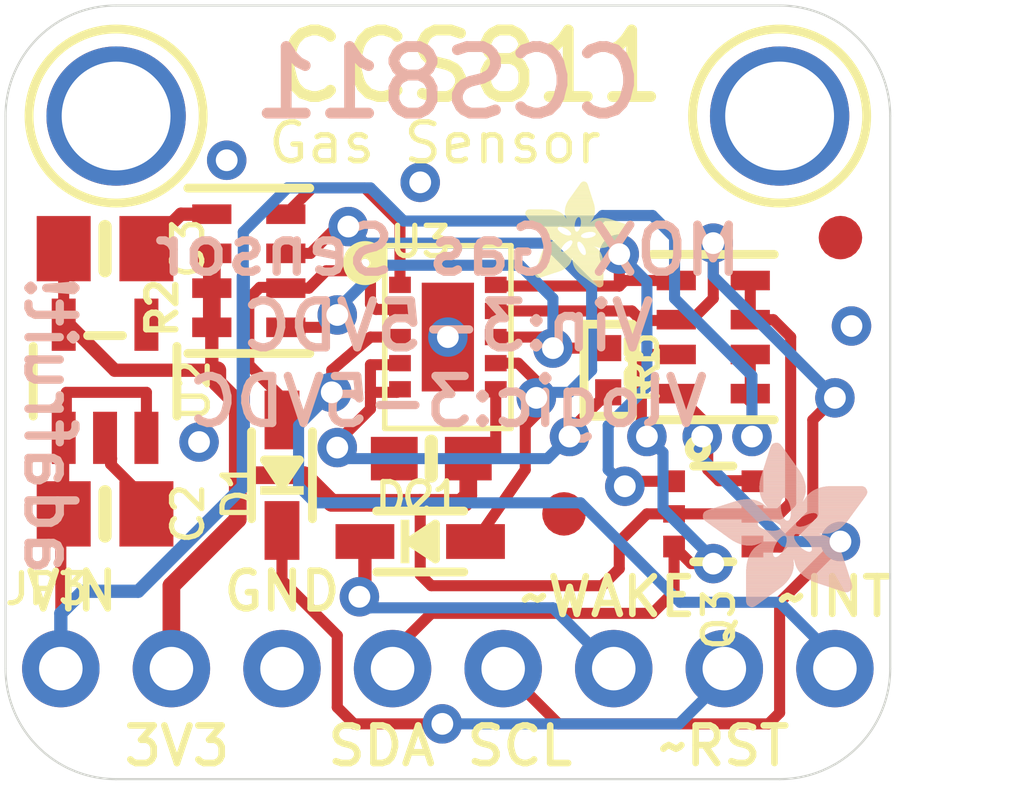
<source format=kicad_pcb>
(kicad_pcb (version 20211014) (generator pcbnew)
  (layers (0 "F.Cu" signal) (31 "B.Cu" signal) (34 "B.Paste" user) (35 "F.Paste" user) (36 "B.SilkS" user "B.Silkscreen") (37 "F.SilkS" user "F.Silkscreen") (38 "B.Mask" user) (39 "F.Mask" user) (44 "Edge.Cuts" user))
  (net 0 "")
  (net 1 "GND")
  (net 2 "SDA")
  (net 3 "SCL")
  (net 4 "VIN")
  (net 5 "N$1")
  (net 6 "3.3V")
  (net 7 "SCL_3V")
  (net 8 "SDA_3V")
  (net 9 "~{INT}")
  (net 10 "~{RST_3V}")
  (net 11 "~{WAKE_3V}")
  (net 12 "~{RESET}")
  (net 13 "~{WAKE}")
  (net 14 "N$2")
  (net 15 "N$3")
  (footprint "boardEagle:SOT363" (layer "F.Cu") (at 154.5971 107.7976 -90)
    (fp_text reference "Q3" (at 1.651 -0.127 90) (layer "F.SilkS") (effects (font (size 0.692831 0.692831) (thickness 0.119969)) (justify right)))
    (fp_text value "2N7002D")
    (pad "1" smd rect (at -0.75 0.9 270) (size 0.5 0.5) (layers "F.Cu" "F.Paste" "F.Mask") (net 7 "SCL_3V"))
    (pad "2" smd rect (at 0 0.9 270) (size 0.4 0.5) (layers "F.Cu" "F.Paste" "F.Mask") (net 6 "3.3V"))
    (pad "3" smd rect (at 0.75 0.9 270) (size 0.5 0.5) (layers "F.Cu" "F.Paste" "F.Mask") (net 2 "SDA"))
    (pad "4" smd rect (at 0.75 -0.9 270) (size 0.5 0.5) (layers "F.Cu" "F.Paste" "F.Mask") (net 8 "SDA_3V"))
    (pad "5" smd rect (at 0 -0.9 270) (size 0.4 0.5) (layers "F.Cu" "F.Paste" "F.Mask") (net 6 "3.3V"))
    (pad "6" smd rect (at -0.75 -0.9 270) (size 0.5 0.5) (layers "F.Cu" "F.Paste" "F.Mask") (net 3 "SCL"))
  )
  (footprint "boardEagle:MOUNTINGHOLE_2.5_PLATED" (layer "F.Cu") (at 156.1211 98.6536)
    (fp_text reference "U$4" hide)
    (fp_text value "MOUNTINGHOLE2.5" hide)
    (pad "P$1" thru_hole circle (at 0 0) (size 3.2 3.2) (drill 2.5) (layers *.Cu *.Mask))
  )
  (footprint "boardEagle:SOD-323" (layer "F.Cu") (at 144.6911 106.9086 90)
    (fp_text reference "D1" (at -1.1 -1 90) (layer "F.SilkS") (effects (font (size 0.692831 0.692831) (thickness 0.119969)) (justify left)))
    (fp_text value "1N4148")
    (pad "A" smd rect (at 1.27 0 90) (size 1.35 0.8) (layers "F.Cu" "F.Paste" "F.Mask") (net 10 "~{RST_3V}"))
    (pad "C" smd rect (at -1.27 0 90) (size 1.35 0.8) (layers "F.Cu" "F.Paste" "F.Mask") (net 12 "~{RESET}"))
  )
  (footprint "boardEagle:0805-NO" (layer "F.Cu") (at 140.6271 101.7016)
    (fp_text reference "C3" (at 1.905 -0.762 90) (layer "F.SilkS") (effects (font (size 0.692831 0.692831) (thickness 0.119969)) (justify right)))
    (fp_text value "10uF")
    (pad "1" smd rect (at -0.95 0) (size 1.24 1.5) (layers "F.Cu" "F.Paste" "F.Mask") (net 6 "3.3V"))
    (pad "2" smd rect (at 0.95 0) (size 1.24 1.5) (layers "F.Cu" "F.Paste" "F.Mask") (net 1 "GND"))
  )
  (footprint "boardEagle:RESPACK_4X0603" (layer "F.Cu") (at 154.5971 103.7336 90)
    (fp_text reference "R1" (at -1.6 -1.6 90) (layer "F.SilkS") (effects (font (size 0.692831 0.692831) (thickness 0.119969)) (justify left)))
    (fp_text value "10k")
    (pad "1" smd rect (at -1.3 0.85 90) (size 0.45 0.9) (layers "F.Cu" "F.Paste" "F.Mask") (net 4 "VIN"))
    (pad "2" smd rect (at -0.4 0.85 90) (size 0.45 0.9) (layers "F.Cu" "F.Paste" "F.Mask") (net 4 "VIN"))
    (pad "3" smd rect (at 0.4 0.85 90) (size 0.45 0.9) (layers "F.Cu" "F.Paste" "F.Mask") (net 6 "3.3V"))
    (pad "4" smd rect (at 1.3 0.85 90) (size 0.45 0.9) (layers "F.Cu" "F.Paste" "F.Mask") (net 6 "3.3V"))
    (pad "5" smd rect (at 1.3 -0.85 90) (size 0.45 0.9) (layers "F.Cu" "F.Paste" "F.Mask") (net 7 "SCL_3V"))
    (pad "6" smd rect (at 0.4 -0.85 90) (size 0.45 0.9) (layers "F.Cu" "F.Paste" "F.Mask") (net 8 "SDA_3V"))
    (pad "7" smd rect (at -0.4 -0.85 90) (size 0.45 0.9) (layers "F.Cu" "F.Paste" "F.Mask") (net 2 "SDA"))
    (pad "8" smd rect (at -1.3 -0.85 90) (size 0.45 0.9) (layers "F.Cu" "F.Paste" "F.Mask") (net 3 "SCL"))
  )
  (footprint "boardEagle:SOT23-5" (layer "F.Cu") (at 140.6271 104.7496)
    (fp_text reference "U2" (at 2.032 -0.562 90) (layer "F.SilkS") (effects (font (size 0.692831 0.692831) (thickness 0.119969)) (justify right)))
    (fp_text value "MIC5225-3.3")
    (pad "1" smd rect (at -0.95 1.3001) (size 0.55 1.2) (layers "F.Cu" "F.Paste" "F.Mask") (net 4 "VIN"))
    (pad "2" smd rect (at 0 1.3001) (size 0.55 1.2) (layers "F.Cu" "F.Paste" "F.Mask") (net 1 "GND"))
    (pad "3" smd rect (at 0.95 1.3001) (size 0.55 1.2) (layers "F.Cu" "F.Paste" "F.Mask") (net 4 "VIN"))
    (pad "4" smd rect (at 0.95 -1.3001) (size 0.55 1.2) (layers "F.Cu" "F.Paste" "F.Mask"))
    (pad "5" smd rect (at -0.95 -1.3001) (size 0.55 1.2) (layers "F.Cu" "F.Paste" "F.Mask") (net 6 "3.3V"))
  )
  (footprint "boardEagle:FIDUCIAL_1MM" (layer "F.Cu") (at 151.1681 107.7976)
    (fp_text reference "FID1" hide)
    (fp_text value "FIDUCIAL_1MM" hide)
    (pad "1" smd roundrect (at 0 0) (size 1 1) (layers "F.Cu" "F.Mask") (roundrect_rratio 0.5))
  )
  (footprint "boardEagle:SOD-323" (layer "F.Cu") (at 147.8661 108.4326)
    (fp_text reference "D2" (at -1.1 -1) (layer "F.SilkS") (effects (font (size 0.692831 0.692831) (thickness 0.119969)) (justify left)))
    (fp_text value "1N4148")
    (pad "A" smd rect (at 1.27 0) (size 1.35 0.8) (layers "F.Cu" "F.Paste" "F.Mask") (net 11 "~{WAKE_3V}"))
    (pad "C" smd rect (at -1.27 0) (size 1.35 0.8) (layers "F.Cu" "F.Paste" "F.Mask") (net 13 "~{WAKE}"))
  )
  (footprint "boardEagle:0603-NO" (layer "F.Cu") (at 148.1201 106.5276 180)
    (fp_text reference "C1" (at -0.762 -0.889) (layer "F.SilkS") (effects (font (size 0.692831 0.692831) (thickness 0.119969)) (justify right)))
    (fp_text value "0.1uF")
    (pad "1" smd rect (at -0.85 0 180) (size 1.075 1) (layers "F.Cu" "F.Paste" "F.Mask") (net 6 "3.3V"))
    (pad "2" smd rect (at 0.85 0 180) (size 1.075 1) (layers "F.Cu" "F.Paste" "F.Mask") (net 1 "GND"))
  )
  (footprint "boardEagle:RESPACK_4X0603" (layer "F.Cu") (at 143.9291 102.2096 90)
    (fp_text reference "R2" (at -1.6 -1.6 90) (layer "F.SilkS") (effects (font (size 0.666496 0.666496) (thickness 0.146304)) (justify left bottom)))
    (fp_text value "100k")
    (pad "1" smd rect (at -1.3 0.85 90) (size 0.45 0.9) (layers "F.Cu" "F.Paste" "F.Mask") (net 14 "N$2"))
    (pad "2" smd rect (at -0.4 0.85 90) (size 0.45 0.9) (layers "F.Cu" "F.Paste" "F.Mask") (net 10 "~{RST_3V}"))
    (pad "3" smd rect (at 0.4 0.85 90) (size 0.45 0.9) (layers "F.Cu" "F.Paste" "F.Mask") (net 11 "~{WAKE_3V}"))
    (pad "4" smd rect (at 1.3 0.85 90) (size 0.45 0.9) (layers "F.Cu" "F.Paste" "F.Mask") (net 15 "N$3"))
    (pad "5" smd rect (at 1.3 -0.85 90) (size 0.45 0.9) (layers "F.Cu" "F.Paste" "F.Mask") (net 1 "GND"))
    (pad "6" smd rect (at 0.4 -0.85 90) (size 0.45 0.9) (layers "F.Cu" "F.Paste" "F.Mask") (net 6 "3.3V"))
    (pad "7" smd rect (at -0.4 -0.85 90) (size 0.45 0.9) (layers "F.Cu" "F.Paste" "F.Mask") (net 6 "3.3V"))
    (pad "8" smd rect (at -1.3 -0.85 90) (size 0.45 0.9) (layers "F.Cu" "F.Paste" "F.Mask") (net 6 "3.3V"))
  )
  (footprint "boardEagle:_0402" (layer "F.Cu") (at 152.1841 104.4956 -90)
    (fp_text reference "R5" (at -0.9525 -0.7939 90) (layer "F.SilkS") (effects (font (size 0.692831 0.692831) (thickness 0.119969)) (justify right)))
    (fp_text value "10K NTC")
    (pad "1" smd rect (at -0.508 0 270) (size 0.6 0.6) (layers "F.Cu" "F.Paste" "F.Mask") (net 14 "N$2"))
    (pad "2" smd rect (at 0.508 0 270) (size 0.6 0.6) (layers "F.Cu" "F.Paste" "F.Mask") (net 5 "N$1"))
  )
  (footprint "boardEagle:ADAFRUIT_2.5MM" (layer "F.Cu") (at 150.2791 102.5906)
    (fp_text reference "U$8" hide)
    (fp_text value "" hide)
  )
  (footprint "boardEagle:FIDUCIAL_1MM" (layer "F.Cu") (at 157.5181 101.4476)
    (fp_text reference "FID2" hide)
    (fp_text value "FIDUCIAL_1MM" hide)
    (pad "1" smd roundrect (at 0 0) (size 1 1) (layers "F.Cu" "F.Mask") (roundrect_rratio 0.5))
  )
  (footprint "boardEagle:1X08_ROUND_70" (layer "F.Cu") (at 148.5011 111.3536)
    (fp_text reference "JP3" (at -10.2362 -1.8288) (layer "F.SilkS") (effects (font (size 0.692831 0.692831) (thickness 0.119969)) (justify left)))
    (fp_text value "")
    (pad "1" thru_hole circle (at -8.89 0 90) (size 1.778 1.778) (drill 1) (layers *.Cu *.Mask) (net 4 "VIN"))
    (pad "2" thru_hole circle (at -6.35 0 90) (size 1.778 1.778) (drill 1) (layers *.Cu *.Mask) (net 6 "3.3V"))
    (pad "3" thru_hole circle (at -3.81 0 90) (size 1.778 1.778) (drill 1) (layers *.Cu *.Mask) (net 1 "GND"))
    (pad "4" thru_hole circle (at -1.27 0 90) (size 1.778 1.778) (drill 1) (layers *.Cu *.Mask) (net 2 "SDA"))
    (pad "5" thru_hole circle (at 1.27 0 90) (size 1.778 1.778) (drill 1) (layers *.Cu *.Mask) (net 3 "SCL"))
    (pad "6" thru_hole circle (at 3.81 0 90) (size 1.778 1.778) (drill 1) (layers *.Cu *.Mask) (net 13 "~{WAKE}"))
    (pad "7" thru_hole circle (at 6.35 0 90) (size 1.778 1.778) (drill 1) (layers *.Cu *.Mask) (net 12 "~{RESET}"))
    (pad "8" thru_hole circle (at 8.89 0 90) (size 1.778 1.778) (drill 1) (layers *.Cu *.Mask) (net 9 "~{INT}"))
  )
  (footprint "boardEagle:0805-NO" (layer "F.Cu") (at 140.6271 107.7976)
    (fp_text reference "C2" (at 1.905 -0.762 90) (layer "F.SilkS") (effects (font (size 0.692831 0.692831) (thickness 0.119969)) (justify right)))
    (fp_text value "10uF")
    (pad "1" smd rect (at -0.95 0) (size 1.24 1.5) (layers "F.Cu" "F.Paste" "F.Mask") (net 4 "VIN"))
    (pad "2" smd rect (at 0.95 0) (size 1.24 1.5) (layers "F.Cu" "F.Paste" "F.Mask") (net 1 "GND"))
  )
  (footprint "boardEagle:MOUNTINGHOLE_2.5_PLATED" (layer "F.Cu") (at 140.8811 98.6536)
    (fp_text reference "U$3" hide)
    (fp_text value "MOUNTINGHOLE2.5" hide)
    (pad "P$1" thru_hole circle (at 0 0) (size 3.2 3.2) (drill 2.5) (layers *.Cu *.Mask))
  )
  (footprint "boardEagle:CCS811" (layer "F.Cu") (at 148.5011 103.7336)
    (fp_text reference "U3" (at -1.4 -2.19) (layer "F.SilkS") (effects (font (size 0.692831 0.692831) (thickness 0.119969)) (justify left)))
    (fp_text value "CCS811")
    (pad "1" smd rect (at -1.1 -1.2) (size 0.5 0.375) (layers "F.Cu" "F.Paste" "F.Mask") (net 15 "N$3"))
    (pad "2" smd rect (at -1.1 -0.6) (size 0.5 0.375) (layers "F.Cu" "F.Paste" "F.Mask") (net 10 "~{RST_3V}"))
    (pad "3" smd rect (at -1.1 0) (size 0.5 0.375) (layers "F.Cu" "F.Paste" "F.Mask") (net 9 "~{INT}"))
    (pad "4" smd rect (at -1.1 0.6) (size 0.5 0.375) (layers "F.Cu" "F.Paste" "F.Mask") (net 5 "N$1"))
    (pad "5" smd rect (at -1.1 1.2) (size 0.5 0.375) (layers "F.Cu" "F.Paste" "F.Mask") (net 5 "N$1"))
    (pad "6" smd rect (at 1.1 1.2) (size 0.5 0.375) (layers "F.Cu" "F.Paste" "F.Mask") (net 6 "3.3V"))
    (pad "7" smd rect (at 1.1 0.6) (size 0.5 0.375) (layers "F.Cu" "F.Paste" "F.Mask") (net 11 "~{WAKE_3V}"))
    (pad "8" smd rect (at 1.1 0) (size 0.5 0.375) (layers "F.Cu" "F.Paste" "F.Mask") (net 14 "N$2"))
    (pad "9" smd rect (at 1.1 -0.6) (size 0.5 0.375) (layers "F.Cu" "F.Paste" "F.Mask") (net 8 "SDA_3V"))
    (pad "10" smd rect (at 1.1 -1.2) (size 0.5 0.375) (layers "F.Cu" "F.Paste" "F.Mask") (net 7 "SCL_3V"))
    (pad "THERMAL" smd rect (at 0 0) (size 1.2 2.5) (layers "F.Cu" "F.Mask") (net 1 "GND"))
  )
  (footprint "boardEagle:ADAFRUIT_3.5MM" (layer "B.Cu") (at 158.1531 109.9566 180)
    (fp_text reference "U$1" hide)
    (fp_text value "" hide)
  )
  (gr_arc (start 138.3411 98.6536) (mid 139.085049 96.857549) (end 140.8811 96.1136) (layer "Edge.Cuts") (width 0.05))
  (gr_arc (start 156.1211 96.1136) (mid 157.917151 96.857549) (end 158.6611 98.6536) (layer "Edge.Cuts") (width 0.05))
  (gr_line (start 156.1211 113.8936) (end 140.8811 113.8936) (layer "Edge.Cuts") (width 0.05))
  (gr_line (start 158.6611 98.6536) (end 158.6611 111.3536) (layer "Edge.Cuts") (width 0.05))
  (gr_line (start 138.3411 111.3536) (end 138.3411 98.6536) (layer "Edge.Cuts") (width 0.05))
  (gr_arc (start 158.6611 111.3536) (mid 157.917151 113.149651) (end 156.1211 113.8936) (layer "Edge.Cuts") (width 0.05))
  (gr_line (start 140.8811 96.1136) (end 156.1211 96.1136) (layer "Edge.Cuts") (width 0.05))
  (gr_arc (start 140.8811 113.8936) (mid 139.085049 113.149651) (end 138.3411 111.3536) (layer "Edge.Cuts") (width 0.05))
  (gr_text "MOX Gas Sensor\nVin:3-5VDC\nVlogic:3-5VDC" (at 148.5011 103.4796) (layer "B.SilkS") (effects (font (size 1.0795 1.0795) (thickness 0.1905)) (justify mirror)))
  (gr_text "CCS811" (at 148.5011 97.8916) (layer "B.SilkS") (effects (font (size 1.52908 1.52908) (thickness 0.24892)) (justify mirror)))
  (gr_text "adafruit!" (at 139.3571 105.7656 -90) (layer "B.SilkS") (effects (font (size 1.0795 1.0795) (thickness 0.1905)) (justify mirror)))
  (gr_text "~INT" (at 157.3911 109.7026) (layer "F.SilkS") (effects (font (size 0.8636 0.8636) (thickness 0.1524))))
  (gr_text "SCL" (at 150.1521 113.1316) (layer "F.SilkS") (effects (font (size 0.8636 0.8636) (thickness 0.1524))))
  (gr_text "~WAKE" (at 152.1841 109.7026) (layer "F.SilkS") (effects (font (size 0.8636 0.8636) (thickness 0.1524))))
  (gr_text "~RST" (at 154.8511 113.1316) (layer "F.SilkS") (effects (font (size 0.8636 0.8636) (thickness 0.1524))))
  (gr_text "VIN" (at 139.8651 109.5756) (layer "F.SilkS") (effects (font (size 0.8636 0.8636) (thickness 0.1524))))
  (gr_text "CCS811" (at 149.0091 97.5106) (layer "F.SilkS") (effects (font (size 1.52908 1.52908) (thickness 0.24892))))
  (gr_text "Gas Sensor" (at 144.3101 99.7966) (layer "F.SilkS") (effects (font (size 0.89408 0.89408) (thickness 0.12192)) (justify left bottom)))
  (gr_text "GND" (at 144.6911 109.5756) (layer "F.SilkS") (effects (font (size 0.8636 0.8636) (thickness 0.1524))))
  (gr_text "3V3" (at 142.2781 113.1316) (layer "F.SilkS") (effects (font (size 0.8636 0.8636) (thickness 0.1524))))
  (gr_text "SDA" (at 146.9771 113.1316) (layer "F.SilkS") (effects (font (size 0.8636 0.8636) (thickness 0.1524))))
  (segment (start 142.3691 100.9096) (end 143.0791 100.9096) (width 0.3048) (layer "F.Cu") (net 1))
  (segment (start 140.6271 106.4006) (end 140.6271 106.0497) (width 0.3048) (layer "F.Cu") (net 1))
  (segment (start 141.2621 107.1626) (end 141.2621 107.4826) (width 0.254) (layer "F.Cu") (net 1))
  (segment (start 140.7541 106.5276) (end 140.6271 106.4006) (width 0.3048) (layer "F.Cu") (net 1))
  (segment (start 140.7541 106.6546) (end 141.2621 107.1626) (width 0.254) (layer "F.Cu") (net 1))
  (segment (start 141.2621 107.4826) (end 141.5771 107.7976) (width 0.254) (layer "F.Cu") (net 1))
  (segment (start 140.7541 106.5276) (end 140.7541 106.6546) (width 0.254) (layer "F.Cu") (net 1))
  (segment (start 142.3691 100.9096) (end 141.5771 101.7016) (width 0.3048) (layer "F.Cu") (net 1))
  (via (at 148.5011 103.7336) (size 0.9064) (drill 0.5) (layers "F.Cu" "B.Cu") (net 1))
  (via (at 157.7721 103.4796) (size 0.9064) (drill 0.5) (layers "F.Cu" "B.Cu") (net 1))
  (via (at 142.7861 106.1466) (size 0.9064) (drill 0.5) (layers "F.Cu" "B.Cu") (net 1))
  (via (at 147.8661 100.1776) (size 0.9064) (drill 0.5) (layers "F.Cu" "B.Cu") (net 1))
  (via (at 143.4211 99.6696) (size 0.9064) (drill 0.5) (layers "F.Cu" "B.Cu") (net 1))
  (segment (start 152.9461 104.3686) (end 152.9461 105.8926) (width 0.254) (layer "F.Cu") (net 2))
  (segment (start 153.6971 109.5866) (end 153.2001 110.0836) (width 0.254) (layer "F.Cu") (net 2))
  (segment (start 153.6971 108.5476) (end 154.0901 108.9406) (width 0.254) (layer "F.Cu") (net 2))
  (segment (start 152.9461 105.8926) (end 153.0731 106.0196) (width 0.254) (layer "F.Cu") (net 2))
  (segment (start 148.1201 110.0836) (end 147.2311 110.9726) (width 0.254) (layer "F.Cu") (net 2))
  (segment (start 147.2311 110.9726) (end 147.2311 111.3536) (width 0.254) (layer "F.Cu") (net 2))
  (segment (start 153.1811 104.1336) (end 153.7471 104.1336) (width 0.254) (layer "F.Cu") (net 2))
  (segment (start 153.2001 110.0836) (end 148.1201 110.0836) (width 0.254) (layer "F.Cu") (net 2))
  (segment (start 154.0901 108.9406) (end 154.5971 108.9406) (width 0.254) (layer "F.Cu") (net 2))
  (segment (start 152.9461 104.3686) (end 153.1811 104.1336) (width 0.254) (layer "F.Cu") (net 2))
  (segment (start 153.6971 108.5476) (end 153.6971 109.5866) (width 0.254) (layer "F.Cu") (net 2))
  (via (at 153.0731 106.0196) (size 0.9064) (drill 0.5) (layers "F.Cu" "B.Cu") (net 2))
  (via (at 154.5971 108.9406) (size 0.9064) (drill 0.5) (layers "F.Cu" "B.Cu") (net 2))
  (segment (start 153.0731 106.0196) (end 153.4431 106.3896) (width 0.254) (layer "B.Cu") (net 2))
  (segment (start 153.4431 106.3896) (end 153.4431 107.6816) (width 0.254) (layer "B.Cu") (net 2))
  (segment (start 154.5971 108.8356) (end 154.5971 108.9406) (width 0.254) (layer "B.Cu") (net 2))
  (segment (start 153.4431 107.6816) (end 154.5971 108.8356) (width 0.254) (layer "B.Cu") (net 2))
  (segment (start 154.4701 106.7816) (end 154.4701 106.1466) (width 0.254) (layer "F.Cu") (net 3))
  (segment (start 154.4701 106.1466) (end 154.3431 106.0196) (width 0.254) (layer "F.Cu") (net 3))
  (segment (start 156.1211 112.3696) (end 156.1211 109.8296) (width 0.254) (layer "F.Cu") (net 3))
  (segment (start 155.4851 107.0356) (end 154.7241 107.0356) (width 0.254) (layer "F.Cu") (net 3))
  (segment (start 155.4971 107.0476) (end 155.4851 107.0356) (width 0.254) (layer "F.Cu") (net 3))
  (segment (start 153.7471 105.0336) (end 154.3431 105.6296) (width 0.254) (layer "F.Cu") (net 3))
  (segment (start 155.8671 112.6236) (end 156.1211 112.3696) (width 0.254) (layer "F.Cu") (net 3))
  (segment (start 149.7711 111.3536) (end 151.0411 112.6236) (width 0.254) (layer "F.Cu") (net 3))
  (segment (start 151.0411 112.6236) (end 155.8671 112.6236) (width 0.254) (layer "F.Cu") (net 3))
  (segment (start 154.7241 107.0356) (end 154.4701 106.7816) (width 0.254) (layer "F.Cu") (net 3))
  (segment (start 156.1211 109.8296) (end 157.5181 108.4326) (width 0.254) (layer "F.Cu") (net 3))
  (segment (start 154.3431 105.6296) (end 154.3431 106.0196) (width 0.254) (layer "F.Cu") (net 3))
  (via (at 154.3431 106.0196) (size 0.9064) (drill 0.5) (layers "F.Cu" "B.Cu") (net 3))
  (via (at 157.5181 108.4326) (size 0.9064) (drill 0.5) (layers "F.Cu" "B.Cu") (net 3))
  (segment (start 154.3431 106.5276) (end 154.3431 106.0196) (width 0.254) (layer "B.Cu") (net 3))
  (segment (start 156.2481 108.4326) (end 154.3431 106.5276) (width 0.254) (layer "B.Cu") (net 3))
  (segment (start 157.5181 108.4326) (end 156.2481 108.4326) (width 0.254) (layer "B.Cu") (net 3))
  (segment (start 155.2321 105.0036) (end 155.4861 105.2576) (width 0.254) (layer "F.Cu") (net 4))
  (segment (start 141.5771 105.0036) (end 139.7381 105.0036) (width 0.254) (layer "F.Cu") (net 4))
  (segment (start 139.6771 107.7976) (end 139.6111 107.8636) (width 0.254) (layer "F.Cu") (net 4))
  (segment (start 139.6111 107.8636) (end 139.6111 111.3536) (width 0.254) (layer "F.Cu") (net 4))
  (segment (start 139.7381 106.0497) (end 139.6771 106.0497) (width 0.254) (layer "F.Cu") (net 4))
  (segment (start 141.5771 106.0497) (end 141.5771 105.0036) (width 0.254) (layer "F.Cu") (net 4))
  (segment (start 139.6771 106.0497) (end 139.6771 107.7976) (width 0.254) (layer "F.Cu") (net 4))
  (segment (start 155.4171 105.0036) (end 155.2321 105.0036) (width 0.254) (layer "F.Cu") (net 4))
  (segment (start 155.4471 104.1336) (end 155.4471 105.0336) (width 0.254) (layer "F.Cu") (net 4))
  (segment (start 139.7381 105.0036) (end 139.7381 106.0497) (width 0.254) (layer "F.Cu") (net 4))
  (segment (start 155.4861 105.2576) (end 155.4861 106.0196) (width 0.254) (layer "F.Cu") (net 4))
  (segment (start 155.4471 105.0336) (end 155.4171 105.0036) (width 0.254) (layer "F.Cu") (net 4))
  (via (at 155.4861 106.0196) (size 0.9064) (drill 0.5) (layers "F.Cu" "B.Cu") (net 4))
  (segment (start 151.9301 101.0666) (end 147.4851 101.0666) (width 0.254) (layer "B.Cu") (net 4))
  (segment (start 141.3891 109.5756) (end 140.1191 109.5756) (width 0.3048) (layer "B.Cu") (net 4))
  (segment (start 153.7081 101.4476) (end 153.2001 100.9396) (width 0.254) (layer "B.Cu") (net 4))
  (segment (start 155.4861 104.6226) (end 153.7081 102.8446) (width 0.254) (layer "B.Cu") (net 4))
  (segment (start 144.8181 100.3046) (end 143.8021 101.3206) (width 0.254) (layer "B.Cu") (net 4))
  (segment (start 143.8021 101.3206) (end 143.8021 102.3366) (width 0.254) (layer "B.Cu") (net 4))
  (segment (start 153.7081 102.8446) (end 153.7081 101.4476) (width 0.254) (layer "B.Cu") (net 4))
  (segment (start 139.6111 110.0836) (end 139.6111 111.3536) (width 0.3048) (layer "B.Cu") (net 4))
  (segment (start 146.7231 100.3046) (end 144.8181 100.3046) (width 0.254) (layer "B.Cu") (net 4))
  (segment (start 152.0571 100.9396) (end 151.9301 101.0666) (width 0.254) (layer "B.Cu") (net 4))
  (segment (start 153.2001 100.9396) (end 152.0571 100.9396) (width 0.254) (layer "B.Cu") (net 4))
  (segment (start 155.4861 106.0196) (end 155.4861 104.6226) (width 0.254) (layer "B.Cu") (net 4))
  (segment (start 143.8021 107.1626) (end 141.3891 109.5756) (width 0.3048) (layer "B.Cu") (net 4))
  (segment (start 140.1191 109.5756) (end 139.6111 110.0836) (width 0.3048) (layer "B.Cu") (net 4))
  (segment (start 143.8021 102.3366) (end 143.8021 107.1626) (width 0.3048) (layer "B.Cu") (net 4))
  (segment (start 147.4851 101.0666) (end 146.7231 100.3046) (width 0.254) (layer "B.Cu") (net 4))
  (segment (start 147.3311 105.0036) (end 146.7231 105.0036) (width 0.254) (layer "F.Cu") (net 5))
  (segment (start 146.7231 105.0036) (end 146.7231 104.3686) (width 0.254) (layer "F.Cu") (net 5))
  (segment (start 145.9611 106.1466) (end 146.7231 105.3846) (width 0.254) (layer "F.Cu") (net 5))
  (segment (start 146.7231 105.3846) (end 146.7231 105.0036) (width 0.254) (layer "F.Cu") (net 5))
  (segment (start 147.3661 104.3686) (end 146.7231 104.3686) (width 0.254) (layer "F.Cu") (net 5))
  (segment (start 147.4011 104.9336) (end 147.3311 105.0036) (width 0.254) (layer "F.Cu") (net 5))
  (segment (start 145.9611 106.2736) (end 145.9611 106.1466) (width 0.254) (layer "F.Cu") (net 5))
  (segment (start 152.1841 105.0036) (end 151.2951 105.8926) (width 0.254) (layer "F.Cu") (net 5))
  (segment (start 147.4011 104.3336) (end 147.3661 104.3686) (width 0.254) (layer "F.Cu") (net 5))
  (segment (start 151.2951 105.8926) (end 151.2951 106.0196) (width 0.254) (layer "F.Cu") (net 5))
  (via (at 145.9611 106.2736) (size 0.9064) (drill 0.5) (layers "F.Cu" "B.Cu") (net 5))
  (via (at 151.2951 106.0196) (size 0.9064) (drill 0.5) (layers "F.Cu" "B.Cu") (net 5))
  (segment (start 150.7871 106.5276) (end 146.2151 106.5276) (width 0.254) (layer "B.Cu") (net 5))
  (segment (start 151.2951 106.0196) (end 150.7871 106.5276) (width 0.254) (layer "B.Cu") (net 5))
  (segment (start 146.2151 106.5276) (end 145.9611 106.2736) (width 0.254) (layer "B.Cu") (net 5))
  (segment (start 143.2061 104.7886) (end 143.2061 104.4956) (width 0.4064) (layer "F.Cu") (net 6))
  (segment (start 140.8502 104.4956) (end 139.8041 103.4495) (width 0.3048) (layer "F.Cu") (net 6))
  (segment (start 152.4381 109.0566) (end 152.0461 109.4486) (width 0.254) (layer "F.Cu") (net 6))
  (segment (start 143.6751 105.2576) (end 143.2061 104.7886) (width 0.4064) (layer "F.Cu") (net 6))
  (segment (start 155.4471 102.4336) (end 155.5161 102.4336) (width 0.254) (layer "F.Cu") (net 6))
  (segment (start 143.0791 101.8096) (end 143.0791 102.6096) (width 0.4064) (layer "F.Cu") (net 6))
  (segment (start 156.3751 107.5436) (end 156.1211 107.7976) (width 0.254) (layer "F.Cu") (net 6))
  (segment (start 143.6751 107.9246) (end 143.6751 106.9086) (width 0.4064) (layer "F.Cu") (net 6))
  (segment (start 147.8661 109.1946) (end 147.8661 107.5436) (width 0.254) (layer "F.Cu") (net 6))
  (segment (start 152.0461 109.4486) (end 148.1201 109.4486) (width 0.254) (layer "F.Cu") (net 6))
  (segment (start 147.8661 107.5436) (end 148.8821 107.5436) (width 0.4064) (layer "F.Cu") (net 6))
  (segment (start 143.0791 103.5096) (end 143.0791 104.3686) (width 0.3048) (layer "F.Cu") (net 6))
  (segment (start 143.0791 104.3686) (end 143.2061 104.4956) (width 0.3048) (layer "F.Cu") (net 6))
  (segment (start 153.6971 107.7976) (end 153.0731 107.7976) (width 0.254) (layer "F.Cu") (net 6))
  (segment (start 148.8821 107.5436) (end 148.8431 107.5046) (width 0.4064) (layer "F.Cu") (net 6))
  (segment (start 139.8041 103.4495) (end 139.6771 103.4495) (width 0.3048) (layer "F.Cu") (net 6))
  (segment (start 153.6971 107.7976) (end 155.4971 107.7976) (width 0.254) (layer "F.Cu") (net 6))
  (segment (start 143.6751 107.9246) (end 142.1511 109.4486) (width 0.4064) (layer "F.Cu") (net 6))
  (segment (start 155.9751 103.3336) (end 155.4471 103.3336) (width 0.254) (layer "F.Cu") (net 6))
  (segment (start 149.6011 104.9336) (end 149.6011 106.4436) (width 0.254) (layer "F.Cu") (net 6))
  (segment (start 139.6771 101.7016) (end 139.6771 103.4495) (width 0.254) (layer "F.Cu") (net 6))
  (segment (start 145.1991 106.9086) (end 145.8341 107.5436) (width 0.4064) (layer "F.Cu") (net 6))
  (segment (start 140.8502 104.4956) (end 143.2061 104.4956) (width 0.3048) (layer "F.Cu") (net 6))
  (segment (start 149.6011 106.4436) (end 149.5171 106.5276) (width 0.254) (layer "F.Cu") (net 6))
  (segment (start 148.8431 107.5046) (end 148.9701 107.3776) (width 0.4064) (layer "F.Cu") (net 6))
  (segment (start 153.0731 107.7976) (end 152.4381 108.4326) (width 0.254) (layer "F.Cu") (net 6))
  (segment (start 148.1201 109.4486) (end 147.8661 109.1946) (width 0.254) (layer "F.Cu") (net 6))
  (segment (start 152.4381 108.4326) (end 152.4381 109.0566) (width 0.254) (layer "F.Cu") (net 6))
  (segment (start 143.0791 102.6096) (end 143.0791 103.5096) (width 0.4064) (layer "F.Cu") (net 6))
  (segment (start 142.1511 109.4486) (end 142.1511 111.3536) (width 0.4064) (layer "F.Cu") (net 6))
  (segment (start 148.9701 107.3776) (end 148.9701 106.5276) (width 0.4064) (layer "F.Cu") (net 6))
  (segment (start 149.5171 106.5276) (end 148.9701 106.5276) (width 0.254) (layer "F.Cu") (net 6))
  (segment (start 145.8341 107.5436) (end 147.8661 107.5436) (width 0.4064) (layer "F.Cu") (net 6))
  (segment (start 155.4471 102.4336) (end 155.4471 103.3336) (width 0.254) (layer "F.Cu") (net 6))
  (segment (start 156.3751 103.7336) (end 155.9751 103.3336) (width 0.254) (layer "F.Cu") (net 6))
  (segment (start 156.1211 107.7976) (end 155.4971 107.7976) (width 0.254) (layer "F.Cu") (net 6))
  (segment (start 143.6751 106.9086) (end 143.6751 105.2576) (width 0.4064) (layer "F.Cu") (net 6))
  (segment (start 145.1991 106.9086) (end 143.6751 106.9086) (width 0.4064) (layer "F.Cu") (net 6))
  (segment (start 156.3751 107.5436) (end 156.3751 103.7336) (width 0.254) (layer "F.Cu") (net 6))
  (segment (start 152.5651 102.4336) (end 153.7471 102.4336) (width 0.254) (layer "F.Cu") (net 7))
  (segment (start 153.6971 107.0476) (end 152.6801 107.0476) (width 0.254) (layer "F.Cu") (net 7))
  (segment (start 152.4381 102.5606) (end 152.4381 101.8286) (width 0.254) (layer "F.Cu") (net 7))
  (segment (start 152.4381 102.5606) (end 149.6281 102.5606) (width 0.254) (layer "F.Cu") (net 7))
  (segment (start 149.6441 102.4906) (end 149.6011 102.5336) (width 0.254) (layer "F.Cu") (net 7))
  (segment (start 149.6281 102.5606) (end 149.6011 102.5336) (width 0.254) (layer "F.Cu") (net 7))
  (segment (start 152.4381 102.5606) (end 152.5651 102.4336) (width 0.254) (layer "F.Cu") (net 7))
  (segment (start 152.6801 107.0476) (end 152.5651 107.1626) (width 0.254) (layer "F.Cu") (net 7))
  (via (at 152.5651 107.1626) (size 0.9064) (drill 0.5) (layers "F.Cu" "B.Cu") (net 7))
  (via (at 152.4381 101.8286) (size 0.9064) (drill 0.5) (layers "F.Cu" "B.Cu") (net 7))
  (segment (start 153.0731 102.4636) (end 153.0731 104.8766) (width 0.254) (layer "B.Cu") (net 7))
  (segment (start 153.0731 104.8766) (end 152.1841 105.7656) (width 0.254) (layer "B.Cu") (net 7))
  (segment (start 152.1841 105.7656) (end 152.1841 106.7816) (width 0.254) (layer "B.Cu") (net 7))
  (segment (start 152.4381 101.8286) (end 153.0731 102.4636) (width 0.254) (layer "B.Cu") (net 7))
  (segment (start 152.1841 106.7816) (end 152.5651 107.1626) (width 0.254) (layer "B.Cu") (net 7))
  (segment (start 153.7281 103.3526) (end 153.7471 103.3336) (width 0.254) (layer "F.Cu") (net 8))
  (segment (start 154.5971 102.8446) (end 154.1081 103.3336) (width 0.254) (layer "F.Cu") (net 8))
  (segment (start 156.8831 107.7976) (end 156.8831 105.6386) (width 0.254) (layer "F.Cu") (net 8))
  (segment (start 149.6011 103.1336) (end 152.7271 103.1336) (width 0.254) (layer "F.Cu") (net 8))
  (segment (start 152.9461 103.3526) (end 152.7271 103.1336) (width 0.254) (layer "F.Cu") (net 8))
  (segment (start 153.7281 103.3526) (end 152.9461 103.3526) (width 0.254) (layer "F.Cu") (net 8))
  (segment (start 154.5971 101.5746) (end 154.5971 102.8446) (width 0.254) (layer "F.Cu") (net 8))
  (segment (start 156.1211 108.5596) (end 156.8831 107.7976) (width 0.254) (layer "F.Cu") (net 8))
  (segment (start 154.1081 103.3336) (end 153.7471 103.3336) (width 0.254) (layer "F.Cu") (net 8))
  (segment (start 156.8831 105.6386) (end 157.3911 105.1306) (width 0.254) (layer "F.Cu") (net 8))
  (segment (start 155.4971 108.5476) (end 155.5091 108.5596) (width 0.254) (layer "F.Cu") (net 8))
  (segment (start 155.5091 108.5596) (end 156.1211 108.5596) (width 0.254) (layer "F.Cu") (net 8))
  (via (at 154.5971 101.5746) (size 0.9064) (drill 0.5) (layers "F.Cu" "B.Cu") (net 8))
  (via (at 157.3911 105.1306) (size 0.9064) (drill 0.5) (layers "F.Cu" "B.Cu") (net 8))
  (segment (start 154.5971 102.3366) (end 157.3911 105.1306) (width 0.254) (layer "B.Cu") (net 8))
  (segment (start 154.5971 101.5746) (end 154.5971 102.3366) (width 0.254) (layer "B.Cu") (net 8))
  (segment (start 145.8341 104.4956) (end 145.8341 105.0036) (width 0.254) (layer "F.Cu") (net 9))
  (segment (start 147.4011 103.7336) (end 146.7231 103.7336) (width 0.254) (layer "F.Cu") (net 9))
  (segment (start 146.7231 103.7336) (end 145.8341 104.4956) (width 0.254) (layer "F.Cu") (net 9))
  (via (at 145.8341 105.0036) (size 0.9064) (drill 0.5) (layers "F.Cu" "B.Cu") (net 9))
  (segment (start 153.8351 109.8296) (end 151.5491 107.5436) (width 0.254) (layer "B.Cu") (net 9))
  (segment (start 151.5491 107.5436) (end 145.4531 107.5436) (width 0.254) (layer "B.Cu") (net 9))
  (segment (start 145.0721 105.7656) (end 145.8341 105.0036) (width 0.254) (layer "B.Cu") (net 9))
  (segment (start 153.8351 109.8296) (end 156.1211 109.8296) (width 0.254) (layer "B.Cu") (net 9))
  (segment (start 145.0721 107.1626) (end 145.0721 105.7656) (width 0.254) (layer "B.Cu") (net 9))
  (segment (start 156.1211 109.8296) (end 157.3911 111.0996) (width 0.254) (layer "B.Cu") (net 9))
  (segment (start 145.4531 107.5436) (end 145.0721 107.1626) (width 0.254) (layer "B.Cu") (net 9))
  (segment (start 157.3911 111.0996) (end 157.3911 111.3536) (width 0.254) (layer "B.Cu") (net 9))
  (segment (start 144.8871 102.5906) (end 144.1831 102.5906) (width 0.254) (layer "F.Cu") (net 10))
  (segment (start 144.6911 105.1306) (end 144.6911 105.6386) (width 0.254) (layer "F.Cu") (net 10))
  (segment (start 146.4691 102.2096) (end 145.7071 102.2096) (width 0.254) (layer "F.Cu") (net 10))
  (segment (start 145.7071 102.2096) (end 145.3071 102.6096) (width 0.254) (layer "F.Cu") (net 10))
  (segment (start 145.3071 102.6096) (end 144.7791 102.6096) (width 0.254) (layer "F.Cu") (net 10))
  (segment (start 143.9291 104.3686) (end 144.6911 105.1306) (width 0.254) (layer "F.Cu") (net 10))
  (segment (start 144.8871 102.5906) (end 144.8681 102.6096) (width 0.254) (layer "F.Cu") (net 10))
  (segment (start 147.4011 103.1336) (end 147.2661 103.1336) (width 0.254) (layer "F.Cu") (net 10))
  (segment (start 144.8681 102.6096) (end 144.7791 102.6096) (width 0.254) (layer "F.Cu") (net 10))
  (segment (start 146.7231 102.4636) (end 146.4691 102.2096) (width 0.254) (layer "F.Cu") (net 10))
  (segment (start 147.2661 103.1336) (end 147.2311 103.0986) (width 0.254) (layer "F.Cu") (net 10))
  (segment (start 147.2311 103.0986) (end 146.8501 103.0986) (width 0.254) (layer "F.Cu") (net 10))
  (segment (start 146.8501 103.0986) (end 146.7231 102.9716) (width 0.254) (layer "F.Cu") (net 10))
  (segment (start 144.1831 102.5906) (end 143.9291 102.8446) (width 0.254) (layer "F.Cu") (net 10))
  (segment (start 146.7231 102.9716) (end 146.7231 102.4636) (width 0.254) (layer "F.Cu") (net 10))
  (segment (start 143.9291 102.8446) (end 143.9291 104.3686) (width 0.254) (layer "F.Cu") (net 10))
  (segment (start 150.5331 105.5116) (end 150.5331 105.1306) (width 0.254) (layer "F.Cu") (net 11))
  (segment (start 150.2791 106.7816) (end 150.2791 105.7656) (width 0.254) (layer "F.Cu") (net 11))
  (segment (start 149.1361 108.4326) (end 150.2791 106.7816) (width 0.254) (layer "F.Cu") (net 11))
  (segment (start 144.7791 101.8096) (end 145.3451 101.8096) (width 0.254) (layer "F.Cu") (net 11))
  (segment (start 150.5331 104.7496) (end 150.5331 105.1306) (width 0.254) (layer "F.Cu") (net 11))
  (segment (start 149.6011 104.3336) (end 150.1171 104.3336) (width 0.254) (layer "F.Cu") (net 11))
  (segment (start 150.2791 105.7656) (end 150.5331 105.5116) (width 0.254) (layer "F.Cu") (net 11))
  (segment (start 145.9611 101.1936) (end 146.2151 101.1936) (width 0.254) (layer "F.Cu") (net 11))
  (segment (start 150.1171 104.3336) (end 150.5331 104.7496) (width 0.254) (layer "F.Cu") (net 11))
  (segment (start 145.3451 101.8096) (end 145.9611 101.1936) (width 0.254) (layer "F.Cu") (net 11))
  (via (at 146.2151 101.1936) (size 0.9064) (drill 0.5) (layers "F.Cu" "B.Cu") (net 11))
  (via (at 150.5331 105.1306) (size 0.9064) (drill 0.5) (layers "F.Cu" "B.Cu") (net 11))
  (segment (start 151.2951 105.0036) (end 150.6601 105.0036) (width 0.254) (layer "B.Cu") (net 11))
  (segment (start 150.7871 101.5746) (end 146.5961 101.5746) (width 0.254) (layer "B.Cu") (net 11))
  (segment (start 150.6601 105.0036) (end 150.5331 105.1306) (width 0.254) (layer "B.Cu") (net 11))
  (segment (start 151.8031 102.5906) (end 150.7871 101.5746) (width 0.254) (layer "B.Cu") (net 11))
  (segment (start 151.8031 102.5906) (end 151.8031 104.4956) (width 0.254) (layer "B.Cu") (net 11))
  (segment (start 151.8031 104.4956) (end 151.2951 105.0036) (width 0.254) (layer "B.Cu") (net 11))
  (segment (start 146.5961 101.5746) (end 146.2151 101.1936) (width 0.254) (layer "B.Cu") (net 11))
  (segment (start 145.9611 110.5916) (end 145.9611 112.2426) (width 0.254) (layer "F.Cu") (net 12))
  (segment (start 144.6911 109.3216) (end 145.9611 110.5916) (width 0.254) (layer "F.Cu") (net 12))
  (segment (start 146.3421 112.6236) (end 148.3741 112.6236) (width 0.254) (layer "F.Cu") (net 12))
  (segment (start 144.6911 108.1786) (end 144.6911 109.3216) (width 0.254) (layer "F.Cu") (net 12))
  (segment (start 145.9611 112.2426) (end 146.3421 112.6236) (width 0.254) (layer "F.Cu") (net 12))
  (via (at 148.3741 112.6236) (size 0.9064) (drill 0.5) (layers "F.Cu" "B.Cu") (net 12))
  (segment (start 153.813203 112.6236) (end 154.8511 111.585704) (width 0.254) (layer "B.Cu") (net 12))
  (segment (start 148.3741 112.6236) (end 153.813203 112.6236) (width 0.254) (layer "B.Cu") (net 12))
  (segment (start 154.8511 111.585704) (end 154.8511 111.3536) (width 0.254) (layer "B.Cu") (net 12))
  (segment (start 146.5961 108.4326) (end 146.7231 108.3056) (width 0.254) (layer "F.Cu") (net 13))
  (segment (start 146.5961 108.4326) (end 146.5961 109.5756) (width 0.3048) (layer "F.Cu") (net 13))
  (segment (start 146.5961 109.5756) (end 146.4691 109.7026) (width 0.3048) (layer "F.Cu") (net 13))
  (via (at 146.4691 109.7026) (size 0.9064) (drill 0.5) (layers "F.Cu" "B.Cu") (net 13))
  (segment (start 150.9141 109.9566) (end 146.7231 109.9566) (width 0.254) (layer "B.Cu") (net 13))
  (segment (start 146.7231 109.9566) (end 146.4691 109.7026) (width 0.254) (layer "B.Cu") (net 13))
  (segment (start 152.3111 111.3536) (end 150.9141 109.9566) (width 0.254) (layer "B.Cu") (net 13))
  (segment (start 149.6011 103.7336) (end 150.6601 103.7336) (width 0.254) (layer "F.Cu") (net 14))
  (segment (start 150.6601 103.7336) (end 150.9141 103.9876) (width 0.254) (layer "F.Cu") (net 14))
  (segment (start 144.7791 103.5096) (end 145.6771 103.5096) (width 0.254) (layer "F.Cu") (net 14))
  (segment (start 150.9141 103.9876) (end 152.1841 103.9876) (width 0.254) (layer "F.Cu") (net 14))
  (segment (start 145.6771 103.5096) (end 145.9611 103.2256) (width 0.254) (layer "F.Cu") (net 14))
  (via (at 150.9141 103.9876) (size 0.9064) (drill 0.5) (layers "F.Cu" "B.Cu") (net 14))
  (via (at 145.9611 103.2256) (size 0.9064) (drill 0.5) (layers "F.Cu" "B.Cu") (net 14))
  (segment (start 146.9771 102.0826) (end 150.1521 102.0826) (width 0.254) (layer "B.Cu") (net 14))
  (segment (start 145.9611 103.0986) (end 145.9611 103.2256) (width 0.254) (layer "B.Cu") (net 14))
  (segment (start 146.9771 102.0826) (end 145.9611 103.0986) (width 0.254) (layer "B.Cu") (net 14))
  (segment (start 150.1521 102.0826) (end 150.9141 102.8446) (width 0.254) (layer "B.Cu") (net 14))
  (segment (start 150.9141 102.8446) (end 150.9141 103.9876) (width 0.254) (layer "B.Cu") (net 14))
  (segment (start 146.5961 100.3046) (end 147.4011 101.1096) (width 0.254) (layer "F.Cu") (net 15))
  (segment (start 145.3841 100.3046) (end 144.7791 100.9096) (width 0.254) (layer "F.Cu") (net 15))
  (segment (start 145.3841 100.3046) (end 146.5961 100.3046) (width 0.254) (layer "F.Cu") (net 15))
  (segment (start 147.4011 101.1096) (end 147.4011 102.5336) (width 0.254) (layer "F.Cu") (net 15))
)
</source>
